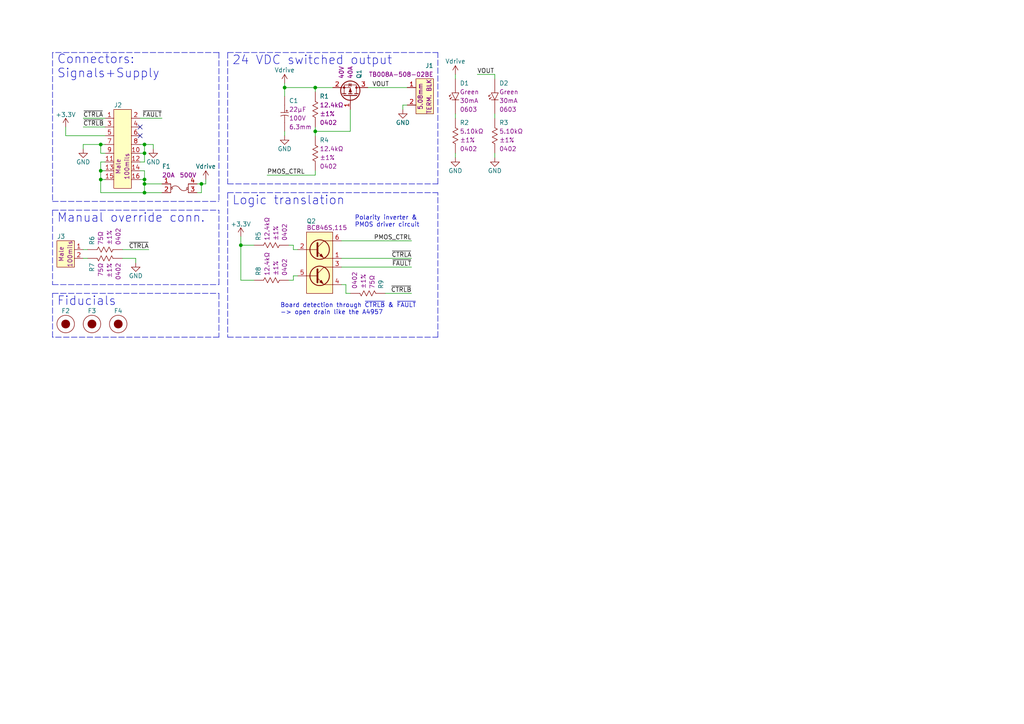
<source format=kicad_sch>
(kicad_sch (version 20211123) (generator eeschema)
  (paper "A4")
  (title_block (title "${title}") (date "${year}-${month}-${day}") (rev "${rev}") (company "${company}") (comment 1 "${author}"))
  (lib_symbols
    (symbol "connaxio-capacitors:CAP_AE_22UF_100V_TH_6.3MM" (pin_numbers hide) (pin_names (offset 1.016) hide)
      (property "Reference" "C" (at 1.27 3.81 0))
      (property "Property" "22µF" (at 1.27 1.27 0))
      (property "Package" "6.3mm" (at 1.27 -3.81 0))
      (property "Voltage" "100V" (at 1.27 -1.27 0))
      (symbol "CAP_AE_22UF_100V_TH_6.3MM_0_1"
        (polyline (pts (xy -1.143 0.381) (xy 1.143 0.381)))
        (polyline (pts (xy 0 -2.54) (xy 0 -0.381)))
        (polyline (pts (xy 0 2.54) (xy 0 0.381)))
        (polyline (pts (xy 0.381 0.889) (xy 0.889 0.889)))
        (polyline (pts (xy 0.635 0.635) (xy 0.635 1.143)))
        (arc (start 1.143 -0.635) (mid 0 -0.378) (end -1.143 -0.635))
      )
      (symbol "CAP_AE_22UF_100V_TH_6.3MM_1_0"
        (pin passive line (at 0 -5.08 90) (length 2.54) (name "2") (number "2"))
      )
      (symbol "CAP_AE_22UF_100V_TH_6.3MM_1_1"
        (pin passive line (at 0 5.08 270) (length 2.54) (name "1") (number "1"))
      )
    )
    (symbol "connaxio-connectors:CON_HDR_100MILS_M_TH_1X2" (pin_names (offset 1.27) hide)
      (property "Reference" "J" (at 0 1.27 0))
      (property "Property" "100mils" (at 3.81 -3.81 90))
      (property "Note" "Male" (at 1.27 -3.81 90))
      (symbol "CON_HDR_100MILS_M_TH_1X2_0_1"
        (rectangle (start 0 0) (end 5.08 -7.62) (fill (type background)))
      )
      (symbol "CON_HDR_100MILS_M_TH_1X2_1_1"
        (pin passive line (at 7.62 -2.54 180) (length 2.54) (name "1") (number "1"))
        (pin passive line (at 7.62 -5.08 180) (length 2.54) (name "2") (number "2"))
      )
    )
    (symbol "connaxio-connectors:CON_HDR_100MILS_M_TH_2X8" (pin_names (offset 1.27) hide)
      (property "Reference" "J" (at 0 1.27 0))
      (property "Property" "100mils" (at 3.81 -16.51 90))
      (property "Note" "Male" (at 1.27 -16.51 90))
      (symbol "CON_HDR_100MILS_M_TH_2X8_0_1"
        (rectangle (start 0 0) (end 5.08 -22.86) (fill (type background)))
      )
      (symbol "CON_HDR_100MILS_M_TH_2X8_1_1"
        (pin passive line (at -2.54 -2.54 0) (length 2.54) (name "1") (number "1"))
        (pin passive line (at 7.62 -12.7 180) (length 2.54) (name "10") (number "10"))
        (pin passive line (at -2.54 -15.24 0) (length 2.54) (name "11") (number "11"))
        (pin passive line (at 7.62 -15.24 180) (length 2.54) (name "12") (number "12"))
        (pin passive line (at -2.54 -17.78 0) (length 2.54) (name "13") (number "13"))
        (pin passive line (at 7.62 -17.78 180) (length 2.54) (name "14") (number "14"))
        (pin passive line (at -2.54 -20.32 0) (length 2.54) (name "15") (number "15"))
        (pin passive line (at 7.62 -20.32 180) (length 2.54) (name "16") (number "16"))
        (pin passive line (at 7.62 -2.54 180) (length 2.54) (name "2") (number "2"))
        (pin passive line (at -2.54 -5.08 0) (length 2.54) (name "3") (number "3"))
        (pin passive line (at 7.62 -5.08 180) (length 2.54) (name "4") (number "4"))
        (pin passive line (at -2.54 -7.62 0) (length 2.54) (name "5") (number "5"))
        (pin passive line (at 7.62 -7.62 180) (length 2.54) (name "6") (number "6"))
        (pin passive line (at -2.54 -10.16 0) (length 2.54) (name "7") (number "7"))
        (pin passive line (at 7.62 -10.16 180) (length 2.54) (name "8") (number "8"))
        (pin passive line (at -2.54 -12.7 0) (length 2.54) (name "9") (number "9"))
      )
    )
    (symbol "connaxio-connectors:CON_TERM_BLK_1X2_TB008A-508-02BE" (pin_names (offset 1.27) hide)
      (property "Reference" "J" (at 0 3.81 0))
      (property "Manufacturer Part Number" "TB008A-508-02BE" (at 0 1.27 0))
      (property "Note" "TERM. BLK" (at 1.27 -5.08 90))
      (property "Property" "5.08mm" (at 3.81 -5.08 90))
      (symbol "CON_TERM_BLK_1X2_TB008A-508-02BE_0_1"
        (rectangle (start 0 0) (end 5.08 -10.16) (fill (type background)))
      )
      (symbol "CON_TERM_BLK_1X2_TB008A-508-02BE_1_1"
        (pin passive line (at 7.62 -2.54 180) (length 2.54) (name "1") (number "1"))
        (pin passive line (at 7.62 -7.62 180) (length 2.54) (name "2") (number "2"))
      )
    )
    (symbol "connaxio-connectors:FUS_BLADE_MINI_3588-1" (pin_names (offset 1.27) hide)
      (property "Reference" "F" (at -5.08 6.35 0))
      (property "Current" "20A" (at -5.08 3.81 0))
      (property "Voltage" "500V" (at 0 3.81 0))
      (symbol "FUS_BLADE_MINI_3588-1_0_1"
        (circle (center -2.286 0) (radius 0.254))
        (arc (start 0 0) (mid -1.0805 0.6891) (end -2.286 0.254))
        (polyline (pts (xy -2.54 1.27) (xy -2.54 -1.27)))
        (polyline (pts (xy 2.54 1.27) (xy 2.54 -1.27)))
        (arc (start 0 0) (mid 1.0803 -0.6915) (end 2.286 -0.254))
        (circle (center 2.286 0) (radius 0.254))
      )
      (symbol "FUS_BLADE_MINI_3588-1_1_1"
        (pin passive line (at -5.08 1.27 0) (length 2.54) (name "1") (number "1"))
        (pin passive line (at -5.08 -1.27 0) (length 2.54) (name "2") (number "2"))
        (pin passive line (at 5.08 -1.27 180) (length 2.54) (name "3") (number "3"))
        (pin passive line (at 5.08 1.27 180) (length 2.54) (name "4") (number "4"))
      )
    )
    (symbol "connaxio-diodes:DIO_LED_GREEN_150060GS75000" (pin_numbers hide) (pin_names (offset 1.016) hide)
      (property "Reference" "D" (at 1.27 3.81 0))
      (property "Current" "30mA" (at 1.27 -1.27 0))
      (property "Package" "0603" (at 1.27 -3.81 0))
      (property "Property" "Green" (at 1.27 1.27 0))
      (symbol "DIO_LED_GREEN_150060GS75000_0_1"
        (polyline (pts (xy -1.778 0) (xy -1.524 0)))
        (polyline (pts (xy -1.778 0.254) (xy -1.778 0)))
        (polyline (pts (xy -1.524 -0.762) (xy -1.524 -0.508)))
        (polyline (pts (xy -1.524 -0.762) (xy -1.27 -0.762)))
        (polyline (pts (xy -1.27 0.508) (xy -1.778 0)))
        (polyline (pts (xy -1.016 -1.016) (xy 1.016 -1.016)))
        (polyline (pts (xy -1.016 -0.254) (xy -1.524 -0.762)))
        (polyline (pts (xy 0 -1.016) (xy 1.016 1.016) (xy -1.016 1.016) (xy 0 -1.016)))
      )
      (symbol "DIO_LED_GREEN_150060GS75000_1_1"
        (pin passive line (at 0 -5.08 90) (length 4.064) (name "K") (number "1"))
        (pin passive line (at 0 5.08 270) (length 4.064) (name "A") (number "2"))
      )
    )
    (symbol "connaxio-mechanical:FID_1X3" (pin_names (offset 1.016)) (in_bom no)
      (property "Reference" "F" (at 0 3.81 0))
      (symbol "FID_1X3_0_1"
        (circle (center 0 0) (radius 0.635) (stroke (width 1.27)))
        (circle (center 0 0) (radius 2.54))
      )
    )
    (symbol "connaxio-resistors:RES_12.4KΩ_1%_0402" (pin_numbers hide) (pin_names (offset 1.27) hide)
      (property "Reference" "R" (at 1.27 3.81 0))
      (property "Package" "0402" (at 1.27 -3.81 0))
      (property "Property" "12.4kΩ" (at 1.27 1.27 0))
      (property "Tolerance" "±1%" (at 1.27 -1.27 0))
      (symbol "RES_12.4KΩ_1%_0402_0_1"
        (polyline (pts (xy 0 3.302) (xy 0 3.302)))
        (polyline (pts (xy 0 2.286) (xy 0.762 1.905) (xy -0.762 1.143) (xy 0.762 0.381) (xy -0.762 -0.381) (xy 0.762 -1.143) (xy -0.762 -1.905) (xy 0 -2.286)))
      )
      (symbol "RES_12.4KΩ_1%_0402_1_1"
        (pin passive line (at 0 5.08 270) (length 2.794) (name "1") (number "1"))
        (pin passive line (at 0 -5.08 90) (length 2.794) (name "2") (number "2"))
      )
    )
    (symbol "connaxio-resistors:RES_5.10KΩ_1%_0402" (pin_numbers hide) (pin_names (offset 1.27) hide)
      (property "Reference" "R" (at 1.27 3.81 0))
      (property "Package" "0402" (at 1.27 -3.81 0))
      (property "Property" "5.10kΩ" (at 1.27 1.27 0))
      (property "Tolerance" "±1%" (at 1.27 -1.27 0))
      (symbol "RES_5.10KΩ_1%_0402_0_1"
        (polyline (pts (xy 0 3.302) (xy 0 3.302)))
        (polyline (pts (xy 0 2.286) (xy 0.762 1.905) (xy -0.762 1.143) (xy 0.762 0.381) (xy -0.762 -0.381) (xy 0.762 -1.143) (xy -0.762 -1.905) (xy 0 -2.286)))
      )
      (symbol "RES_5.10KΩ_1%_0402_1_1"
        (pin passive line (at 0 5.08 270) (length 2.794) (name "1") (number "1"))
        (pin passive line (at 0 -5.08 90) (length 2.794) (name "2") (number "2"))
      )
    )
    (symbol "connaxio-resistors:RES_75Ω_1%_0402" (pin_numbers hide) (pin_names (offset 1.27) hide)
      (property "Reference" "R" (at 1.27 3.81 0))
      (property "Package" "0402" (at 1.27 -3.81 0))
      (property "Property" "75Ω" (at 1.27 1.27 0))
      (property "Tolerance" "±1%" (at 1.27 -1.27 0))
      (symbol "RES_75Ω_1%_0402_0_1"
        (polyline (pts (xy 0 3.302) (xy 0 3.302)))
        (polyline (pts (xy 0 2.286) (xy 0.762 1.905) (xy -0.762 1.143) (xy 0.762 0.381) (xy -0.762 -0.381) (xy 0.762 -1.143) (xy -0.762 -1.905) (xy 0 -2.286)))
      )
      (symbol "RES_75Ω_1%_0402_1_1"
        (pin passive line (at 0 5.08 270) (length 2.794) (name "1") (number "1"))
        (pin passive line (at 0 -5.08 90) (length 2.794) (name "2") (number "2"))
      )
    )
    (symbol "connaxio-transistors:TRX_2NPN_BC846S,115" (pin_names (offset 1.016) hide)
      (property "Reference" "Q" (at 0 3.175 0))
      (property "Manufacturer Part Number" "BC846S,115" (at 0 1.27 0))
      (symbol "TRX_2NPN_BC846S,115_0_1"
        (polyline (pts (xy 7.62 -15.24) (xy 5.08 -15.24)))
        (polyline (pts (xy 7.62 -10.16) (xy 5.08 -10.16)))
        (polyline (pts (xy 7.62 -7.62) (xy 5.08 -7.62)))
        (polyline (pts (xy 7.62 -2.54) (xy 5.08 -2.54)))
        (rectangle (start 7.62 0) (end 0 -17.78) (fill (type background)))
      )
      (symbol "TRX_2NPN_BC846S,115_1_1"
        (polyline (pts (xy 3.175 -12.7) (xy 0 -12.7)))
        (polyline (pts (xy 3.175 -12.065) (xy 5.08 -10.16)))
        (polyline (pts (xy 3.175 -5.08) (xy 0 -5.08)))
        (polyline (pts (xy 3.175 -4.445) (xy 5.08 -2.54)))
        (polyline (pts (xy 3.175 -13.335) (xy 5.08 -15.24) (xy 5.08 -15.24)))
        (polyline (pts (xy 3.175 -10.795) (xy 3.175 -14.605) (xy 3.175 -14.605)) (stroke (width 0.508)))
        (polyline (pts (xy 3.175 -5.715) (xy 5.08 -7.62) (xy 5.08 -7.62)))
        (polyline (pts (xy 3.175 -3.175) (xy 3.175 -6.985) (xy 3.175 -6.985)) (stroke (width 0.508)))
        (polyline (pts (xy 3.81 -14.478) (xy 4.318 -13.97) (xy 4.826 -14.986) (xy 3.81 -14.478) (xy 3.81 -14.478)) (fill (type outline)))
        (polyline (pts (xy 3.81 -6.858) (xy 4.318 -6.35) (xy 4.826 -7.366) (xy 3.81 -6.858) (xy 3.81 -6.858)) (fill (type outline)))
        (circle (center 3.81 -12.7) (radius 2.8194) (stroke (width 0.254)))
        (circle (center 3.81 -5.08) (radius 2.8194) (stroke (width 0.254)))
        (pin passive line (at 10.16 -7.62 180) (length 2.54) (name "E1") (number "1"))
        (pin input line (at -2.54 -5.08 0) (length 2.54) (name "B1") (number "2"))
        (pin passive line (at 10.16 -10.16 180) (length 2.54) (name "C2") (number "3"))
        (pin passive line (at 10.16 -15.24 180) (length 2.54) (name "E2") (number "4"))
        (pin input line (at -2.54 -12.7 0) (length 2.54) (name "B2") (number "5"))
        (pin passive line (at 10.16 -2.54 180) (length 2.54) (name "C1") (number "6"))
      )
    )
    (symbol "connaxio-transistors:TRX_PMOS_AOD4189" (pin_names (offset 1.016) hide)
      (property "Reference" "Q" (at 5.08 2.54 0))
      (property "Current" "40A" (at 5.08 0 0))
      (property "Voltage" "40V" (at 5.08 -2.54 0))
      (symbol "TRX_PMOS_AOD4189_1_1"
        (polyline (pts (xy 0.254 0) (xy -2.54 0)))
        (polyline (pts (xy 0.254 1.905) (xy 0.254 -1.905)) (stroke (width 0.254)))
        (polyline (pts (xy 0.762 -1.27) (xy 0.762 -2.286)) (stroke (width 0.254)))
        (polyline (pts (xy 0.762 0.508) (xy 0.762 -0.508)) (stroke (width 0.254)))
        (polyline (pts (xy 0.762 2.286) (xy 0.762 1.27)) (stroke (width 0.254)))
        (polyline (pts (xy 2.54 2.54) (xy 2.54 1.778)))
        (polyline (pts (xy 2.54 -2.54) (xy 2.54 0) (xy 0.762 0)))
        (polyline (pts (xy 0.762 1.778) (xy 3.302 1.778) (xy 3.302 -1.778) (xy 0.762 -1.778)))
        (polyline (pts (xy 2.286 0) (xy 1.27 0.381) (xy 1.27 -0.381) (xy 2.286 0)) (fill (type outline)))
        (polyline (pts (xy 2.794 -0.508) (xy 2.921 -0.381) (xy 3.683 -0.381) (xy 3.81 -0.254)))
        (polyline (pts (xy 3.302 -0.381) (xy 2.921 0.254) (xy 3.683 0.254) (xy 3.302 -0.381)))
        (circle (center 1.651 0) (radius 2.794) (stroke (width 0.254)))
        (circle (center 2.54 -1.778) (radius 0.254) (fill (type outline)))
        (circle (center 2.54 1.778) (radius 0.254) (fill (type outline)))
        (pin input line (at -3.81 0 0) (length 2.54) (name "G") (number "1"))
        (pin passive line (at 2.54 -5.08 90) (length 2.54) (name "S") (number "2"))
        (pin passive line (at 2.54 5.08 270) (length 2.54) (name "D") (number "3"))
      )
    )
    (symbol "power:+3.3V" (power) (pin_names (offset 0))
      (property "Value" "+3.3V" (at 0 3.556 0))
      (symbol "+3.3V_0_1"
        (polyline (pts (xy -0.762 1.27) (xy 0 2.54)))
        (polyline (pts (xy 0 0) (xy 0 2.54)))
        (polyline (pts (xy 0 2.54) (xy 0.762 1.27)))
      )
      (symbol "+3.3V_1_1"
        (pin power_in line (at 0 0 90) (length 0) hide (name "+3.3V") (number "1"))
      )
    )
    (symbol "power:GND" (power) (pin_names (offset 0))
      (property "Value" "GND" (at 0 -3.81 0))
      (symbol "GND_0_1"
        (polyline (pts (xy 0 0) (xy 0 -1.27) (xy 1.27 -1.27) (xy 0 -2.54) (xy -1.27 -1.27) (xy 0 -1.27)))
      )
      (symbol "GND_1_1"
        (pin power_in line (at 0 0 270) (length 0) hide (name "GND") (number "1"))
      )
    )
    (symbol "power:Vdrive" (power) (pin_names (offset 0))
      (property "Value" "Vdrive" (at 0 3.81 0))
      (symbol "Vdrive_0_1"
        (polyline (pts (xy -0.762 1.27) (xy 0 2.54)))
        (polyline (pts (xy 0 0) (xy 0 2.54)))
        (polyline (pts (xy 0 2.54) (xy 0.762 1.27)))
      )
      (symbol "Vdrive_1_1"
        (pin power_in line (at 0 0 90) (length 0) hide (name "Vdrive") (number "1"))
      )
    )
  )
  (junction (at 41.91 44.45))
  (junction (at 58.42 53.34))
  (junction (at 41.91 41.91))
  (junction (at 29.21 49.53))
  (junction (at 41.91 55.88))
  (junction (at 69.85 71.12))
  (junction (at 29.21 41.91))
  (junction (at 91.44 38.1))
  (junction (at 82.55 25.4))
  (junction (at 41.91 52.07))
  (junction (at 91.44 25.4))
  (junction (at 41.91 53.34))
  (junction (at 29.21 52.07))
  (no_connect (at 40.64 39.37))
  (no_connect (at 40.64 36.83))
  (polyline (pts (xy 66.04 55.88) (xy 127 55.88)))
  (wire (pts (xy 41.91 52.07) (xy 41.91 53.34)))
  (wire (pts (xy 99.06 74.93) (xy 119.38 74.93)))
  (wire (pts (xy 132.08 21.59) (xy 132.08 22.86)))
  (wire (pts (xy 101.6 38.1) (xy 91.44 38.1)))
  (wire (pts (xy 59.69 52.07) (xy 59.69 53.34)))
  (wire (pts (xy 29.21 46.99) (xy 29.21 49.53)))
  (wire (pts (xy 29.21 41.91) (xy 29.21 44.45)))
  (polyline (pts (xy 15.24 15.24) (xy 15.24 58.42)))
  (wire (pts (xy 106.68 25.4) (xy 118.11 25.4)))
  (wire (pts (xy 91.44 25.4) (xy 96.52 25.4)))
  (polyline (pts (xy 63.5 85.09) (xy 63.5 97.79)))
  (wire (pts (xy 19.05 36.83) (xy 19.05 39.37)))
  (wire (pts (xy 57.15 53.34) (xy 58.42 53.34)))
  (wire (pts (xy 29.21 52.07) (xy 30.48 52.07)))
  (wire (pts (xy 29.21 52.07) (xy 29.21 55.88)))
  (wire (pts (xy 24.13 34.29) (xy 30.48 34.29)))
  (polyline (pts (xy 63.5 97.79) (xy 15.24 97.79)))
  (wire (pts (xy 91.44 38.1) (xy 91.44 39.37)))
  (wire (pts (xy 138.43 21.59) (xy 143.51 21.59)))
  (wire (pts (xy 82.55 24.13) (xy 82.55 25.4)))
  (wire (pts (xy 19.05 39.37) (xy 30.48 39.37)))
  (wire (pts (xy 41.91 41.91) (xy 44.45 41.91)))
  (wire (pts (xy 29.21 44.45) (xy 30.48 44.45)))
  (polyline (pts (xy 66.04 15.24) (xy 66.04 53.34)))
  (wire (pts (xy 119.38 85.09) (xy 111.76 85.09)))
  (wire (pts (xy 85.09 81.28) (xy 85.09 80.01)))
  (polyline (pts (xy 63.5 82.55) (xy 63.5 60.96)))
  (wire (pts (xy 41.91 55.88) (xy 46.99 55.88)))
  (wire (pts (xy 24.13 36.83) (xy 30.48 36.83)))
  (wire (pts (xy 58.42 55.88) (xy 58.42 53.34)))
  (wire (pts (xy 29.21 41.91) (xy 24.13 41.91)))
  (wire (pts (xy 24.13 74.93) (xy 25.4 74.93)))
  (wire (pts (xy 91.44 49.53) (xy 91.44 50.8)))
  (wire (pts (xy 41.91 44.45) (xy 41.91 46.99)))
  (wire (pts (xy 30.48 41.91) (xy 29.21 41.91)))
  (wire (pts (xy 99.06 77.47) (xy 119.38 77.47)))
  (polyline (pts (xy 15.24 85.09) (xy 63.5 85.09)))
  (wire (pts (xy 100.33 82.55) (xy 100.33 85.09)))
  (wire (pts (xy 29.21 49.53) (xy 29.21 52.07)))
  (polyline (pts (xy 15.24 82.55) (xy 63.5 82.55)))
  (wire (pts (xy 85.09 72.39) (xy 86.36 72.39)))
  (wire (pts (xy 116.84 30.48) (xy 116.84 31.75)))
  (wire (pts (xy 69.85 71.12) (xy 69.85 81.28)))
  (wire (pts (xy 35.56 72.39) (xy 43.18 72.39)))
  (wire (pts (xy 40.64 52.07) (xy 41.91 52.07)))
  (wire (pts (xy 41.91 53.34) (xy 41.91 55.88)))
  (polyline (pts (xy 63.5 15.24) (xy 63.5 58.42)))
  (polyline (pts (xy 15.24 58.42) (xy 63.5 58.42)))
  (wire (pts (xy 132.08 33.02) (xy 132.08 34.29)))
  (wire (pts (xy 101.6 31.75) (xy 101.6 38.1)))
  (wire (pts (xy 58.42 53.34) (xy 59.69 53.34)))
  (wire (pts (xy 41.91 41.91) (xy 41.91 44.45)))
  (wire (pts (xy 69.85 68.58) (xy 69.85 71.12)))
  (polyline (pts (xy 15.24 60.96) (xy 63.5 60.96)))
  (wire (pts (xy 85.09 80.01) (xy 86.36 80.01)))
  (wire (pts (xy 100.33 85.09) (xy 101.6 85.09)))
  (wire (pts (xy 91.44 25.4) (xy 91.44 26.67)))
  (wire (pts (xy 40.64 41.91) (xy 41.91 41.91)))
  (polyline (pts (xy 66.04 97.79) (xy 127 97.79)))
  (wire (pts (xy 44.45 41.91) (xy 44.45 43.18)))
  (wire (pts (xy 35.56 74.93) (xy 39.37 74.93)))
  (wire (pts (xy 82.55 25.4) (xy 91.44 25.4)))
  (wire (pts (xy 83.82 81.28) (xy 85.09 81.28)))
  (wire (pts (xy 40.64 46.99) (xy 41.91 46.99)))
  (polyline (pts (xy 15.24 97.79) (xy 15.24 97.79)))
  (wire (pts (xy 99.06 69.85) (xy 119.38 69.85)))
  (polyline (pts (xy 66.04 15.24) (xy 127 15.24)))
  (wire (pts (xy 57.15 55.88) (xy 58.42 55.88)))
  (wire (pts (xy 85.09 71.12) (xy 85.09 72.39)))
  (polyline (pts (xy 63.5 15.24) (xy 63.5 15.24)))
  (wire (pts (xy 41.91 52.07) (xy 41.91 49.53)))
  (polyline (pts (xy 127 53.34) (xy 127 15.24)))
  (wire (pts (xy 77.47 50.8) (xy 91.44 50.8)))
  (wire (pts (xy 118.11 30.48) (xy 116.84 30.48)))
  (wire (pts (xy 40.64 44.45) (xy 41.91 44.45)))
  (wire (pts (xy 99.06 82.55) (xy 100.33 82.55)))
  (wire (pts (xy 91.44 38.1) (xy 91.44 36.83)))
  (wire (pts (xy 143.51 21.59) (xy 143.51 22.86)))
  (wire (pts (xy 40.64 49.53) (xy 41.91 49.53)))
  (wire (pts (xy 41.91 53.34) (xy 46.99 53.34)))
  (polyline (pts (xy 66.04 53.34) (xy 127 53.34)))
  (wire (pts (xy 83.82 71.12) (xy 85.09 71.12)))
  (wire (pts (xy 143.51 44.45) (xy 143.51 45.72)))
  (wire (pts (xy 24.13 72.39) (xy 25.4 72.39)))
  (polyline (pts (xy 15.24 97.79) (xy 15.24 85.09)))
  (wire (pts (xy 132.08 44.45) (xy 132.08 45.72)))
  (wire (pts (xy 24.13 41.91) (xy 24.13 43.18)))
  (wire (pts (xy 39.37 74.93) (xy 39.37 76.2)))
  (polyline (pts (xy 63.5 15.24) (xy 15.24 15.24)))
  (wire (pts (xy 29.21 55.88) (xy 41.91 55.88)))
  (wire (pts (xy 69.85 71.12) (xy 73.66 71.12)))
  (wire (pts (xy 29.21 46.99) (xy 30.48 46.99)))
  (wire (pts (xy 69.85 81.28) (xy 73.66 81.28)))
  (wire (pts (xy 40.64 34.29) (xy 46.99 34.29)))
  (wire (pts (xy 30.48 49.53) (xy 29.21 49.53)))
  (wire (pts (xy 82.55 38.1) (xy 82.55 39.37)))
  (polyline (pts (xy 15.24 60.96) (xy 15.24 82.55)))
  (polyline (pts (xy 66.04 55.88) (xy 66.04 97.79)))
  (polyline (pts (xy 127 97.79) (xy 127 55.88)))
  (wire (pts (xy 143.51 33.02) (xy 143.51 34.29)))
  (wire (pts (xy 82.55 25.4) (xy 82.55 27.94)))
  (text "Polarity inverter & \nPMOS driver circuit" (at 102.87 66.04 0) (effects (font (size 1.27 1.27)) (justify left bottom)))
  (text "Logic translation" (at 67.31 59.69 0) (effects (font (size 2.54 2.54)) (justify left bottom)))
  (text "Board detection through ~{CTRLB} & ~{FAULT} \n-> open drain like the A4957" (at 81.28 91.44 0) (effects (font (size 1.27 1.27)) (justify left bottom)))
  (text "Manual override conn." (at 16.51 64.77 0) (effects (font (size 2.54 2.54)) (justify left bottom)))
  (text "Fiducials" (at 16.51 88.9 0) (effects (font (size 2.54 2.54)) (justify left bottom)))
  (text "24 VDC switched output" (at 67.31 19.05 0) (effects (font (size 2.54 2.54)) (justify left bottom)))
  (text "Connectors: \nSignals+Supply\n" (at 16.51 22.86 0) (effects (font (size 2.54 2.54)) (justify left bottom)))
  (label "~{FAULT}" (at 46.99 34.29 180))
  (label "~{FAULT}" (at 119.38 77.47 180))
  (label "VOUT" (at 107.95 25.4 0))
  (label "~{CTRLA}" (at 24.13 34.29 0))
  (label "~{CTRLA}" (at 119.38 74.93 180))
  (label "PMOS_CTRL" (at 77.47 50.8 0))
  (label "VOUT" (at 138.43 21.59 0))
  (label "PMOS_CTRL" (at 119.38 69.85 180))
  (label "~{CTRLB}" (at 24.13 36.83 0))
  (label "~{CTRLA}" (at 43.18 72.39 180))
  (label "~{CTRLB}" (at 119.38 85.09 180))
  (symbol (lib_id "power:+3.3V") (at 69.85 68.58 0) (unit 1)
    (property "Reference" "#PWR011" (effects hide))
    (property "Value" "+3.3V" (at 69.85 65.024 0))
  )
  (symbol (lib_id "connaxio-transistors:TRX_2NPN_BC846S,115") (at 88.9 67.31 0) (unit 1)
    (property "Reference" "Q2" (at 88.9 64.135 0) (effects (justify left)))
    (property "Value" "TRX_2NPN_BC846S,115" (effects hide))
    (property "Footprint" "connaxio-sop:SOT-363_SC-70-6" (effects hide))
    (property "Datasheet" "https://assets.nexperia.com/documents/data-sheet/BC846S.pdf" (effects hide))
    (property "Current" "100mA" (effects hide))
    (property "Manufacturer" "Nexperia USA Inc." (effects hide))
    (property "Manufacturer Part Number" "BC846S,115" (at 88.9 66.04 0) (effects (justify left)))
    (property "Package" "SOT-363" (effects hide))
    (property "Polarized" "No" (effects hide))
    (property "Power" "300mW" (effects hide))
    (property "Temperature" "-55°C to +150°C" (effects hide))
    (property "Voltage" "65V" (effects hide))
    (property "Property" "2NPN" (effects hide))
  )
  (symbol (lib_id "power:GND") (at 44.45 43.18 0) (unit 1)
    (property "Reference" "#PWR07" (effects hide))
    (property "Value" "GND" (at 44.45 46.99 0))
  )
  (symbol (lib_id "connaxio-resistors:RES_75Ω_1%_0402") (at 30.48 72.39 90) (unit 1)
    (property "Reference" "R6" (at 26.67 71.12 0) (effects (justify left)))
    (property "Value" "RES_226Ω_1%_0402" (effects hide))
    (property "Footprint" "connaxio-resistors:RES_0402_1005M" (effects hide))
    (property "Datasheet" "https://www.seielect.com/catalog/sei-rmcf_rmcp.pdf" (effects hide))
    (property "Manufacturer" "Stackpole Electronics Inc" (effects hide))
    (property "Manufacturer Part Number" "RMCF0402FT75R0" (effects hide))
    (property "Package" "0402" (at 34.29 71.12 0) (effects (justify left)))
    (property "Polarized" "No" (effects hide))
    (property "Power" "1/16W" (effects hide))
    (property "Property" "75Ω" (at 29.21 71.12 0) (effects (justify left)))
    (property "Temperature" "-55°C to +155°C" (effects hide))
    (property "Tolerance" "±1%" (at 31.75 71.12 0) (effects (justify left)))
    (property "Voltage" "50V" (effects hide))
  )
  (symbol (lib_id "connaxio-connectors:CON_HDR_100MILS_M_TH_1X2") (at 16.51 69.85 0) (unit 1)
    (property "Reference" "J3" (at 16.51 68.58 0) (effects (justify left)))
    (property "Value" "CON_HDR_100MILS_M_TH_1X2" (effects hide))
    (property "Footprint" "connaxio-connectors:CON_HDR_100MILS_M_TH_1X2" (effects hide))
    (property "Current" "3A" (effects hide))
    (property "Polarized" "No" (effects hide))
    (property "Temperature" "-40°C to +105°C" (effects hide))
    (property "Property" "100mils" (at 20.32 73.66 90))
    (property "Voltage" "350V" (effects hide))
    (property "Note" "Male" (at 17.78 73.66 90))
    (property "Package" "TH" (effects hide))
  )
  (symbol (lib_id "power:Vdrive") (at 59.69 52.07 0) (unit 1)
    (property "Reference" "#PWR010" (effects hide))
    (property "Value" "Vdrive" (at 59.69 48.26 0))
  )
  (symbol (lib_id "connaxio-transistors:TRX_PMOS_AOD4189") (at 101.6 27.94 270) (mirror x) (unit 1)
    (property "Reference" "Q1" (at 104.14 22.86 0) (effects (justify left)))
    (property "Value" "TRX_PMOS_AOD4189" (effects hide))
    (property "Footprint" "connaxio-sop:TO-252-3" (effects hide))
    (property "Datasheet" "http://www.aosmd.com/res/data_sheets/AOD4189.pdf" (effects hide))
    (property "Current" "40A" (at 101.6 22.86 0) (effects (justify left)))
    (property "Manufacturer" "Alpha & Omega Semiconductor Inc." (effects hide))
    (property "Manufacturer Part Number" "AOD4189" (effects hide))
    (property "Package" "TO-252-3" (effects hide))
    (property "Polarized" "Yes" (effects hide))
    (property "Temperature" "-55°C to +175°C" (effects hide))
    (property "Voltage" "40V" (at 99.06 22.86 0) (effects (justify left)))
    (property "Property" "PMOS" (effects hide))
  )
  (symbol (lib_id "connaxio-connectors:FUS_BLADE_MINI_3588-1") (at 52.07 54.61 0) (unit 1)
    (property "Reference" "F1" (at 46.99 48.26 0) (effects (justify left)))
    (property "Value" "FUS_BLADE_MINI_3588-1" (effects hide))
    (property "Footprint" "connaxio-connectors:FUS_BLADE_MINI_3588-1" (effects hide))
    (property "Datasheet" "http://www.keystoneelectronics.net/ENG._DEPT/WEB_ORACLE/PDF/PDF%20CAT%20NO%20DRAWINGS/3000-3999/3588-1.PDF" (effects hide))
    (property "Current" "20A" (at 46.99 50.8 0) (effects (justify left)))
    (property "Polarized" "No" (effects hide))
    (property "Voltage" "500V" (at 52.07 50.8 0) (effects (justify left)))
    (property "Note" "Female" (effects hide))
    (property "Package" "TH" (effects hide))
    (property "Manufacturer" "Keystone Electronics" (effects hide))
    (property "Manufacturer Part Number" "3588-1" (effects hide))
  )
  (symbol (lib_id "connaxio-mechanical:FID_1X3") (at 34.29 93.98 0) (unit 1) (in_bom no)
    (property "Reference" "F4" (at 34.29 90.17 0))
    (property "Value" "FID_1X3" (effects hide))
    (property "Footprint" "connaxio-mechanical:FID_1X3" (effects hide))
  )
  (symbol (lib_id "power:GND") (at 82.55 39.37 0) (unit 1)
    (property "Reference" "#PWR05" (effects hide))
    (property "Value" "GND" (at 82.55 43.18 0))
  )
  (symbol (lib_id "power:GND") (at 116.84 31.75 0) (unit 1)
    (property "Reference" "#PWR03" (effects hide))
    (property "Value" "GND" (at 116.84 35.56 0))
  )
  (symbol (lib_id "connaxio-resistors:RES_12.4KΩ_1%_0402") (at 91.44 44.45 0) (unit 1)
    (property "Reference" "R4" (at 92.71 40.64 0) (effects (justify left)))
    (property "Value" "RES_12.4KΩ_1%_0402" (effects hide))
    (property "Footprint" "connaxio-resistors:RES_0402_1005M" (effects hide))
    (property "Datasheet" "https://www.seielect.com/catalog/sei-rmcf_rmcp.pdf" (effects hide))
    (property "Manufacturer" "Stackpole Electronics Inc" (effects hide))
    (property "Manufacturer Part Number" "RMCF0402FT12K4" (effects hide))
    (property "Package" "0402" (at 92.71 48.26 0) (effects (justify left)))
    (property "Polarized" "No" (effects hide))
    (property "Power" "1/16W" (effects hide))
    (property "Property" "12.4kΩ" (at 92.71 43.18 0) (effects (justify left)))
    (property "Temperature" "-55°C to +155°C" (effects hide))
    (property "Tolerance" "±1%" (at 92.71 45.72 0) (effects (justify left)))
    (property "Voltage" "50V" (effects hide))
  )
  (symbol (lib_id "connaxio-connectors:CON_TERM_BLK_1X2_TB008A-508-02BE") (at 125.73 22.86 0) (mirror y) (unit 1)
    (property "Reference" "J1" (at 125.73 19.05 0) (effects (justify left)))
    (property "Value" "CON_TERM_BLK_1X2_TB008A-508-02BE" (effects hide))
    (property "Footprint" "connaxio-connectors:CON_TERM_BLK_1X2_TB008A-508-02BE" (effects hide))
    (property "Datasheet" "https://www.cuidevices.com/product/resource/tb008a-508.pdf" (effects hide))
    (property "Current" "16A" (effects hide))
    (property "Manufacturer" "CUI Devices" (effects hide))
    (property "Manufacturer Part Number" "TB008A-508-02BE" (at 125.73 21.59 0) (effects (justify left)))
    (property "Note" "TERM. BLK" (at 124.46 27.94 90))
    (property "Package" "TH" (effects hide))
    (property "Polarized" "No" (effects hide))
    (property "Property" "5.08mm" (at 121.92 27.94 90))
    (property "Temperature" "-40°C to +105°C" (effects hide))
    (property "Voltage" "300V" (effects hide))
  )
  (symbol (lib_id "connaxio-capacitors:CAP_AE_22UF_100V_TH_6.3MM") (at 82.55 33.02 0) (unit 1)
    (property "Reference" "C1" (at 83.82 29.21 0) (effects (justify left)))
    (property "Value" "CAP_AE_22UF_100V_TH_6.3MM" (effects hide))
    (property "Footprint" "connaxio-capacitors:CAP_AE_RAD_D6.3_H12.5_P2.5" (effects hide))
    (property "Datasheet" "https://content.kemet.com/datasheets/KEM_A4004_ESK.pdf" (effects hide))
    (property "Property" "22µF" (at 83.82 31.75 0) (effects (justify left)))
    (property "Current" "157mA at 10kHz" (effects hide))
    (property "Manufacturer" "KEMET" (effects hide))
    (property "Manufacturer Part Number" "ESK226M100AE3AA" (effects hide))
    (property "Package" "6.3mm" (at 83.82 36.83 0) (effects (justify left)))
    (property "Polarized" "Yes" (effects hide))
    (property "Temperature" "-40°C to +85°C" (effects hide))
    (property "Tolerance" "±20%" (effects hide))
    (property "Voltage" "100V" (at 83.82 34.29 0) (effects (justify left)))
  )
  (symbol (lib_id "connaxio-resistors:RES_12.4KΩ_1%_0402") (at 78.74 71.12 90) (unit 1)
    (property "Reference" "R5" (at 74.93 69.85 0) (effects (justify left)))
    (property "Value" "RES_12.4KΩ_1%_0402" (effects hide))
    (property "Footprint" "connaxio-resistors:RES_0402_1005M" (effects hide))
    (property "Datasheet" "https://www.seielect.com/catalog/sei-rmcf_rmcp.pdf" (effects hide))
    (property "Manufacturer" "Stackpole Electronics Inc" (effects hide))
    (property "Manufacturer Part Number" "RMCF0402FT12K4" (effects hide))
    (property "Package" "0402" (at 82.55 69.85 0) (effects (justify left)))
    (property "Polarized" "No" (effects hide))
    (property "Power" "1/16W" (effects hide))
    (property "Property" "12.4kΩ" (at 77.47 69.85 0) (effects (justify left)))
    (property "Temperature" "-55°C to +155°C" (effects hide))
    (property "Tolerance" "±1%" (at 80.01 69.85 0) (effects (justify left)))
    (property "Voltage" "50V" (effects hide))
  )
  (symbol (lib_id "connaxio-resistors:RES_12.4KΩ_1%_0402") (at 91.44 31.75 0) (unit 1)
    (property "Reference" "R1" (at 92.71 27.94 0) (effects (justify left)))
    (property "Value" "RES_12.4KΩ_1%_0402" (effects hide))
    (property "Footprint" "connaxio-resistors:RES_0402_1005M" (effects hide))
    (property "Datasheet" "https://www.seielect.com/catalog/sei-rmcf_rmcp.pdf" (effects hide))
    (property "Manufacturer" "Stackpole Electronics Inc" (effects hide))
    (property "Manufacturer Part Number" "RMCF0402FT12K4" (effects hide))
    (property "Package" "0402" (at 92.71 35.56 0) (effects (justify left)))
    (property "Polarized" "No" (effects hide))
    (property "Power" "1/16W" (effects hide))
    (property "Property" "12.4kΩ" (at 92.71 30.48 0) (effects (justify left)))
    (property "Temperature" "-55°C to +155°C" (effects hide))
    (property "Tolerance" "±1%" (at 92.71 33.02 0) (effects (justify left)))
    (property "Voltage" "50V" (effects hide))
  )
  (symbol (lib_id "connaxio-resistors:RES_75Ω_1%_0402") (at 30.48 74.93 90) (mirror x) (unit 1)
    (property "Reference" "R7" (at 26.67 76.2 0) (effects (justify left)))
    (property "Value" "RES_226Ω_1%_0402" (effects hide))
    (property "Footprint" "connaxio-resistors:RES_0402_1005M" (effects hide))
    (property "Datasheet" "https://www.seielect.com/catalog/sei-rmcf_rmcp.pdf" (effects hide))
    (property "Manufacturer" "Stackpole Electronics Inc" (effects hide))
    (property "Manufacturer Part Number" "RMCF0402FT75R0" (effects hide))
    (property "Package" "0402" (at 34.29 76.2 0) (effects (justify left)))
    (property "Polarized" "No" (effects hide))
    (property "Power" "1/16W" (effects hide))
    (property "Property" "75Ω" (at 29.21 76.2 0) (effects (justify left)))
    (property "Temperature" "-55°C to +155°C" (effects hide))
    (property "Tolerance" "±1%" (at 31.75 76.2 0) (effects (justify left)))
    (property "Voltage" "50V" (effects hide))
  )
  (symbol (lib_id "connaxio-connectors:CON_HDR_100MILS_M_TH_2X8") (at 33.02 31.75 0) (unit 1)
    (property "Reference" "J2" (at 33.02 30.48 0) (effects (justify left)))
    (property "Value" "CON_HDR_100MILS_M_TH_2X8" (effects hide))
    (property "Footprint" "connaxio-connectors:CON_HDR_100MILS_M_TH_2X8" (effects hide))
    (property "Current" "3A" (effects hide))
    (property "Polarized" "No" (effects hide))
    (property "Temperature" "-40°C to +105°C" (effects hide))
    (property "Property" "100mils" (at 36.83 48.26 90))
    (property "Voltage" "350V" (effects hide))
    (property "Note" "Male" (at 34.29 48.26 90))
    (property "Package" "TH" (effects hide))
  )
  (symbol (lib_id "power:GND") (at 143.51 45.72 0) (unit 1)
    (property "Reference" "#PWR09" (effects hide))
    (property "Value" "GND" (at 143.51 49.53 0))
  )
  (symbol (lib_id "connaxio-diodes:DIO_LED_GREEN_150060GS75000") (at 132.08 27.94 0) (unit 1)
    (property "Reference" "D1" (at 133.35 24.13 0) (effects (justify left)))
    (property "Value" "DIO_LED_GREEN_150060GS75000" (effects hide))
    (property "Footprint" "connaxio-diodes:LED_0603_1608M" (effects hide))
    (property "Datasheet" "https://www.we-online.com/components/products/datasheet/150060GS75000.pdf" (effects hide))
    (property "Current" "30mA" (at 133.35 29.21 0) (effects (justify left)))
    (property "Manufacturer" "Würth Elektronik" (effects hide))
    (property "Manufacturer Part Number" "150060GS75000" (effects hide))
    (property "Package" "0603" (at 133.35 31.75 0) (effects (justify left)))
    (property "Polarized" "Yes" (effects hide))
    (property "Property" "Green" (at 133.35 26.67 0) (effects (justify left)))
  )
  (symbol (lib_id "power:Vdrive") (at 132.08 21.59 0) (unit 1)
    (property "Reference" "#PWR01" (effects hide))
    (property "Value" "Vdrive" (at 132.08 17.78 0))
  )
  (symbol (lib_id "connaxio-diodes:DIO_LED_GREEN_150060GS75000") (at 143.51 27.94 0) (unit 1)
    (property "Reference" "D2" (at 144.78 24.13 0) (effects (justify left)))
    (property "Value" "DIO_LED_GREEN_150060GS75000" (effects hide))
    (property "Footprint" "connaxio-diodes:LED_0603_1608M" (effects hide))
    (property "Datasheet" "https://www.we-online.com/components/products/datasheet/150060GS75000.pdf" (effects hide))
    (property "Current" "30mA" (at 144.78 29.21 0) (effects (justify left)))
    (property "Manufacturer" "Würth Elektronik" (effects hide))
    (property "Manufacturer Part Number" "150060GS75000" (effects hide))
    (property "Package" "0603" (at 144.78 31.75 0) (effects (justify left)))
    (property "Polarized" "Yes" (effects hide))
    (property "Property" "Green" (at 144.78 26.67 0) (effects (justify left)))
  )
  (symbol (lib_id "connaxio-resistors:RES_75Ω_1%_0402") (at 106.68 85.09 270) (mirror x) (unit 1)
    (property "Reference" "R9" (at 110.49 83.82 0) (effects (justify left)))
    (property "Value" "RES_226Ω_1%_0402" (effects hide))
    (property "Footprint" "connaxio-resistors:RES_0402_1005M" (effects hide))
    (property "Datasheet" "https://www.seielect.com/catalog/sei-rmcf_rmcp.pdf" (effects hide))
    (property "Manufacturer" "Stackpole Electronics Inc" (effects hide))
    (property "Manufacturer Part Number" "RMCF0402FT75R0" (effects hide))
    (property "Package" "0402" (at 102.87 83.82 0) (effects (justify left)))
    (property "Polarized" "No" (effects hide))
    (property "Power" "1/16W" (effects hide))
    (property "Property" "75Ω" (at 107.95 83.82 0) (effects (justify left)))
    (property "Temperature" "-55°C to +155°C" (effects hide))
    (property "Tolerance" "±1%" (at 105.41 83.82 0) (effects (justify left)))
    (property "Voltage" "50V" (effects hide))
  )
  (symbol (lib_id "power:GND") (at 39.37 76.2 0) (unit 1)
    (property "Reference" "#PWR012" (effects hide))
    (property "Value" "GND" (at 39.37 80.01 0))
  )
  (symbol (lib_id "connaxio-resistors:RES_5.10KΩ_1%_0402") (at 143.51 39.37 0) (unit 1)
    (property "Reference" "R3" (at 144.78 35.56 0) (effects (justify left)))
    (property "Value" "RES_5.10KΩ_1%_0402" (effects hide))
    (property "Footprint" "connaxio-resistors:RES_0402_1005M" (effects hide))
    (property "Datasheet" "https://www.seielect.com/catalog/sei-rmcf_rmcp.pdf" (effects hide))
    (property "Manufacturer" "Stackpole Electronics Inc" (effects hide))
    (property "Manufacturer Part Number" "RMCF0402FT5K10" (effects hide))
    (property "Package" "0402" (at 144.78 43.18 0) (effects (justify left)))
    (property "Polarized" "No" (effects hide))
    (property "Power" "1/16W" (effects hide))
    (property "Property" "5.10kΩ" (at 144.78 38.1 0) (effects (justify left)))
    (property "Temperature" "-55°C to +155°C" (effects hide))
    (property "Tolerance" "±1%" (at 144.78 40.64 0) (effects (justify left)))
    (property "Voltage" "50V" (effects hide))
  )
  (symbol (lib_id "power:+3.3V") (at 19.05 36.83 0) (unit 1)
    (property "Reference" "#PWR04" (effects hide))
    (property "Value" "+3.3V" (at 19.05 33.274 0))
  )
  (symbol (lib_id "connaxio-mechanical:FID_1X3") (at 26.67 93.98 0) (unit 1) (in_bom no)
    (property "Reference" "F3" (at 26.67 90.17 0))
    (property "Value" "FID_1X3" (effects hide))
    (property "Footprint" "connaxio-mechanical:FID_1X3" (effects hide))
  )
  (symbol (lib_id "connaxio-mechanical:FID_1X3") (at 19.05 93.98 0) (unit 1) (in_bom no)
    (property "Reference" "F2" (at 19.05 90.17 0))
    (property "Value" "FID_1X3" (effects hide))
    (property "Footprint" "connaxio-mechanical:FID_1X3" (effects hide))
  )
  (symbol (lib_id "power:GND") (at 24.13 43.18 0) (unit 1)
    (property "Reference" "#PWR06" (effects hide))
    (property "Value" "GND" (at 24.13 46.99 0))
  )
  (symbol (lib_id "connaxio-resistors:RES_12.4KΩ_1%_0402") (at 78.74 81.28 90) (unit 1)
    (property "Reference" "R8" (at 74.93 80.01 0) (effects (justify left)))
    (property "Value" "RES_12.4KΩ_1%_0402" (effects hide))
    (property "Footprint" "connaxio-resistors:RES_0402_1005M" (effects hide))
    (property "Datasheet" "https://www.seielect.com/catalog/sei-rmcf_rmcp.pdf" (effects hide))
    (property "Manufacturer" "Stackpole Electronics Inc" (effects hide))
    (property "Manufacturer Part Number" "RMCF0402FT12K4" (effects hide))
    (property "Package" "0402" (at 82.55 80.01 0) (effects (justify left)))
    (property "Polarized" "No" (effects hide))
    (property "Power" "1/16W" (effects hide))
    (property "Property" "12.4kΩ" (at 77.47 80.01 0) (effects (justify left)))
    (property "Temperature" "-55°C to +155°C" (effects hide))
    (property "Tolerance" "±1%" (at 80.01 80.01 0) (effects (justify left)))
    (property "Voltage" "50V" (effects hide))
  )
  (symbol (lib_id "power:Vdrive") (at 82.55 24.13 0) (unit 1)
    (property "Reference" "#PWR02" (effects hide))
    (property "Value" "Vdrive" (at 82.55 20.32 0))
  )
  (symbol (lib_id "connaxio-resistors:RES_5.10KΩ_1%_0402") (at 132.08 39.37 0) (unit 1)
    (property "Reference" "R2" (at 133.35 35.56 0) (effects (justify left)))
    (property "Value" "RES_5.10KΩ_1%_0402" (effects hide))
    (property "Footprint" "connaxio-resistors:RES_0402_1005M" (effects hide))
    (property "Datasheet" "https://www.seielect.com/catalog/sei-rmcf_rmcp.pdf" (effects hide))
    (property "Manufacturer" "Stackpole Electronics Inc" (effects hide))
    (property "Manufacturer Part Number" "RMCF0402FT5K10" (effects hide))
    (property "Package" "0402" (at 133.35 43.18 0) (effects (justify left)))
    (property "Polarized" "No" (effects hide))
    (property "Power" "1/16W" (effects hide))
    (property "Property" "5.10kΩ" (at 133.35 38.1 0) (effects (justify left)))
    (property "Temperature" "-55°C to +155°C" (effects hide))
    (property "Tolerance" "±1%" (at 133.35 40.64 0) (effects (justify left)))
    (property "Voltage" "50V" (effects hide))
  )
  (symbol (lib_id "power:GND") (at 132.08 45.72 0) (unit 1)
    (property "Reference" "#PWR08" (effects hide))
    (property "Value" "GND" (at 132.08 49.53 0))
  )
)
</source>
